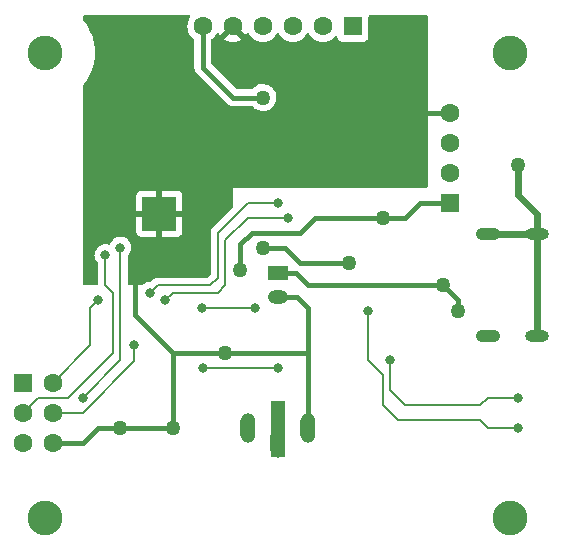
<source format=gbl>
G04 #@! TF.GenerationSoftware,KiCad,Pcbnew,6.0.7-f9a2dced07~116~ubuntu20.04.1*
G04 #@! TF.CreationDate,2022-08-17T23:21:15-04:00*
G04 #@! TF.ProjectId,mmwave,6d6d7761-7665-42e6-9b69-6361645f7063,B*
G04 #@! TF.SameCoordinates,Original*
G04 #@! TF.FileFunction,Copper,L2,Bot*
G04 #@! TF.FilePolarity,Positive*
%FSLAX46Y46*%
G04 Gerber Fmt 4.6, Leading zero omitted, Abs format (unit mm)*
G04 Created by KiCad (PCBNEW 6.0.7-f9a2dced07~116~ubuntu20.04.1) date 2022-08-17 23:21:15*
%MOMM*%
%LPD*%
G01*
G04 APERTURE LIST*
G04 #@! TA.AperFunction,ComponentPad*
%ADD10R,1.600000X1.600000*%
G04 #@! TD*
G04 #@! TA.AperFunction,ComponentPad*
%ADD11C,1.600000*%
G04 #@! TD*
G04 #@! TA.AperFunction,ComponentPad*
%ADD12O,2.000000X1.000000*%
G04 #@! TD*
G04 #@! TA.AperFunction,ComponentPad*
%ADD13O,2.100000X1.050000*%
G04 #@! TD*
G04 #@! TA.AperFunction,ComponentPad*
%ADD14C,2.946400*%
G04 #@! TD*
G04 #@! TA.AperFunction,SMDPad,CuDef*
%ADD15R,1.270000X4.826000*%
G04 #@! TD*
G04 #@! TA.AperFunction,HeatsinkPad*
%ADD16R,2.900000X2.900000*%
G04 #@! TD*
G04 #@! TA.AperFunction,ComponentPad*
%ADD17O,1.270000X2.540000*%
G04 #@! TD*
G04 #@! TA.AperFunction,ComponentPad*
%ADD18R,1.700000X1.200000*%
G04 #@! TD*
G04 #@! TA.AperFunction,ComponentPad*
%ADD19O,1.700000X1.200000*%
G04 #@! TD*
G04 #@! TA.AperFunction,ViaPad*
%ADD20C,1.270000*%
G04 #@! TD*
G04 #@! TA.AperFunction,ViaPad*
%ADD21C,0.812800*%
G04 #@! TD*
G04 #@! TA.AperFunction,Conductor*
%ADD22C,0.609600*%
G04 #@! TD*
G04 #@! TA.AperFunction,Conductor*
%ADD23C,0.406400*%
G04 #@! TD*
G04 #@! TA.AperFunction,Conductor*
%ADD24C,0.203200*%
G04 #@! TD*
G04 APERTURE END LIST*
D10*
X113030000Y-81915000D03*
D11*
X115570000Y-81915000D03*
X113030000Y-84455000D03*
X115570000Y-84455000D03*
X113030000Y-86995000D03*
X115570000Y-86995000D03*
D12*
X156579997Y-69340000D03*
X156579997Y-77980000D03*
D13*
X152399997Y-69340000D03*
X152399997Y-77980000D03*
D14*
X154305000Y-93345000D03*
X114935000Y-53975000D03*
X114935000Y-93345000D03*
D15*
X134620000Y-85852000D03*
D16*
X124585000Y-67620000D03*
D14*
X154305000Y-53975000D03*
D10*
X149225000Y-66675000D03*
D11*
X149225000Y-64135000D03*
X149225000Y-61595000D03*
X149225000Y-59055000D03*
D17*
X132080000Y-85725000D03*
X134620000Y-86995000D03*
X137160000Y-85725000D03*
D10*
X140970000Y-51752500D03*
D11*
X138430000Y-51752500D03*
X135890000Y-51752500D03*
X133350000Y-51752500D03*
X130810000Y-51752500D03*
X128270000Y-51752500D03*
D18*
X134620000Y-72660000D03*
D19*
X134620000Y-74660000D03*
D20*
X146050000Y-64135000D03*
X146050000Y-60325000D03*
X130175000Y-79375000D03*
X121285000Y-85725000D03*
X127000000Y-57785000D03*
X137160000Y-60325000D03*
X137160000Y-64135000D03*
X125730000Y-85725000D03*
X154940000Y-63500000D03*
D21*
X122479300Y-78740000D03*
D20*
X143510000Y-67945000D03*
X131445000Y-72390000D03*
D21*
X120015000Y-71120000D03*
X121285000Y-70485000D03*
X118110000Y-83185000D03*
X119380000Y-74930000D03*
X128270000Y-80645000D03*
X134620000Y-80645000D03*
X132715000Y-75565000D03*
X128174300Y-75565000D03*
X134620000Y-66675000D03*
X142240000Y-75819000D03*
X154940000Y-85725000D03*
X123825000Y-74295000D03*
X135509000Y-67945000D03*
X144145000Y-80010000D03*
X125095000Y-74930000D03*
X154940000Y-83185000D03*
D20*
X140650000Y-71755000D03*
X133350000Y-70485000D03*
X133350000Y-57785000D03*
X149860000Y-75900100D03*
X148590000Y-73660000D03*
D22*
X156579997Y-67679997D02*
X154940000Y-66040000D01*
D23*
X121285000Y-85725000D02*
X125730000Y-85725000D01*
D22*
X154940000Y-66040000D02*
X154940000Y-63500000D01*
D23*
X125730000Y-79375000D02*
X125730000Y-85725000D01*
D22*
X152399997Y-69340000D02*
X156579997Y-69340000D01*
X156579997Y-69340000D02*
X156579997Y-67679997D01*
D23*
X130175000Y-79375000D02*
X125730000Y-79375000D01*
X146050000Y-59055000D02*
X146050000Y-60325000D01*
X118110000Y-86995000D02*
X115570000Y-86995000D01*
X122555000Y-76200000D02*
X122555000Y-73025000D01*
X122555000Y-73025000D02*
X124585000Y-70995000D01*
X137160000Y-85090000D02*
X137160000Y-79375000D01*
X137160000Y-79375000D02*
X130175000Y-79375000D01*
X124585000Y-70995000D02*
X124585000Y-67620000D01*
X121285000Y-85725000D02*
X119380000Y-85725000D01*
D22*
X156579997Y-77980000D02*
X156579997Y-69340000D01*
D23*
X136255000Y-74660000D02*
X137160000Y-75565000D01*
X137160000Y-75565000D02*
X137160000Y-79375000D01*
X119380000Y-85725000D02*
X118110000Y-86995000D01*
X149225000Y-59055000D02*
X146050000Y-59055000D01*
X134620000Y-74660000D02*
X136255000Y-74660000D01*
X125730000Y-79375000D02*
X122555000Y-76200000D01*
D24*
X118110000Y-84455000D02*
X122479300Y-80085700D01*
X115570000Y-84455000D02*
X118110000Y-84455000D01*
X122479300Y-80085700D02*
X122479300Y-78740000D01*
D23*
X132440395Y-69215000D02*
X136525000Y-69215000D01*
X131445000Y-72390000D02*
X131445000Y-70210395D01*
X137795000Y-67945000D02*
X143510000Y-67945000D01*
X149225000Y-66675000D02*
X146685000Y-66675000D01*
X131445000Y-70210395D02*
X132440395Y-69215000D01*
X136525000Y-69215000D02*
X137795000Y-67945000D01*
X146685000Y-66675000D02*
X145415000Y-67945000D01*
X145415000Y-67945000D02*
X143510000Y-67945000D01*
D24*
X120650000Y-74295000D02*
X120650000Y-79375000D01*
X116840000Y-83185000D02*
X120650000Y-79375000D01*
X120015000Y-71120000D02*
X120015000Y-73660000D01*
X114300000Y-83185000D02*
X116840000Y-83185000D01*
X113030000Y-84455000D02*
X114300000Y-83185000D01*
X120015000Y-73660000D02*
X120650000Y-74295000D01*
X118110000Y-83185000D02*
X121285000Y-80010000D01*
X121285000Y-80010000D02*
X121285000Y-70485000D01*
X119380000Y-74930000D02*
X118745000Y-75565000D01*
X118745000Y-75565000D02*
X118745000Y-78740000D01*
X118745000Y-78740000D02*
X115570000Y-81915000D01*
X128270000Y-80645000D02*
X134620000Y-80645000D01*
X132715000Y-75565000D02*
X128174300Y-75565000D01*
X129540000Y-69215000D02*
X129540000Y-73025000D01*
X142240000Y-80010000D02*
X143510000Y-81280000D01*
X134620000Y-66675000D02*
X132080000Y-66675000D01*
X142240000Y-75819000D02*
X142240000Y-80010000D01*
X143510000Y-83820000D02*
X144780000Y-85090000D01*
X143510000Y-81280000D02*
X143510000Y-83820000D01*
X128905000Y-73660000D02*
X124460000Y-73660000D01*
X129540000Y-73025000D02*
X128905000Y-73660000D01*
X144780000Y-85090000D02*
X151765000Y-85090000D01*
X124460000Y-73660000D02*
X123825000Y-74295000D01*
X132080000Y-66675000D02*
X129540000Y-69215000D01*
X151765000Y-85090000D02*
X152400000Y-85725000D01*
X152400000Y-85725000D02*
X154940000Y-85725000D01*
X125730000Y-74295000D02*
X125095000Y-74930000D01*
X144145000Y-80010000D02*
X144145000Y-82550000D01*
X129540000Y-74295000D02*
X125730000Y-74295000D01*
X130175000Y-69850000D02*
X130175000Y-73660000D01*
X151765000Y-83820000D02*
X152400000Y-83185000D01*
X152400000Y-83185000D02*
X154940000Y-83185000D01*
X145415000Y-83820000D02*
X151765000Y-83820000D01*
X135509000Y-67945000D02*
X132080000Y-67945000D01*
X144145000Y-82550000D02*
X145415000Y-83820000D01*
X132080000Y-67945000D02*
X130175000Y-69850000D01*
X130175000Y-73660000D02*
X129540000Y-74295000D01*
D23*
X140650000Y-71755000D02*
X136525000Y-71755000D01*
X136525000Y-71755000D02*
X135255000Y-70485000D01*
X128270000Y-55245000D02*
X128270000Y-51752500D01*
X135255000Y-70485000D02*
X133350000Y-70485000D01*
X130810000Y-57785000D02*
X128270000Y-55245000D01*
X133350000Y-57785000D02*
X130810000Y-57785000D01*
X149860000Y-74930000D02*
X149860000Y-75900100D01*
X148590000Y-73660000D02*
X149860000Y-74930000D01*
X134620000Y-72660000D02*
X136160000Y-72660000D01*
X137160000Y-73660000D02*
X148590000Y-73660000D01*
X136160000Y-72660000D02*
X137160000Y-73660000D01*
G04 #@! TA.AperFunction,Conductor*
G36*
X127165641Y-50820002D02*
G01*
X127212134Y-50873658D01*
X127222238Y-50943932D01*
X127200733Y-50998270D01*
X127135637Y-51091237D01*
X127135633Y-51091243D01*
X127132477Y-51095751D01*
X127130154Y-51100733D01*
X127130151Y-51100738D01*
X127089852Y-51187161D01*
X127035716Y-51303257D01*
X127034294Y-51308565D01*
X127034293Y-51308567D01*
X126987718Y-51482385D01*
X126976457Y-51524413D01*
X126956502Y-51752500D01*
X126976457Y-51980587D01*
X126977881Y-51985900D01*
X126977881Y-51985902D01*
X127015025Y-52124522D01*
X127035716Y-52201743D01*
X127038039Y-52206724D01*
X127038039Y-52206725D01*
X127130151Y-52404262D01*
X127130154Y-52404267D01*
X127132477Y-52409249D01*
X127263802Y-52596800D01*
X127425700Y-52758698D01*
X127504572Y-52813925D01*
X127548899Y-52869381D01*
X127558300Y-52917137D01*
X127558300Y-55215970D01*
X127558008Y-55224540D01*
X127554055Y-55282521D01*
X127555360Y-55289997D01*
X127555360Y-55290000D01*
X127565096Y-55345783D01*
X127566059Y-55352308D01*
X127573768Y-55416011D01*
X127576454Y-55423119D01*
X127577019Y-55425419D01*
X127581686Y-55442480D01*
X127582366Y-55444734D01*
X127583672Y-55452215D01*
X127586724Y-55459167D01*
X127609475Y-55510995D01*
X127611967Y-55517102D01*
X127626121Y-55554558D01*
X127634657Y-55577149D01*
X127638956Y-55583404D01*
X127640049Y-55585495D01*
X127648655Y-55600957D01*
X127649858Y-55602991D01*
X127652911Y-55609946D01*
X127657534Y-55615971D01*
X127657537Y-55615976D01*
X127691988Y-55660874D01*
X127695864Y-55666209D01*
X127727918Y-55712847D01*
X127727923Y-55712853D01*
X127732225Y-55719112D01*
X127737899Y-55724167D01*
X127778973Y-55760763D01*
X127784249Y-55765744D01*
X130286220Y-58267716D01*
X130292073Y-58273981D01*
X130330282Y-58317781D01*
X130336500Y-58322151D01*
X130382793Y-58354686D01*
X130388089Y-58358619D01*
X130432631Y-58393544D01*
X130432635Y-58393546D01*
X130438612Y-58398233D01*
X130445534Y-58401358D01*
X130447563Y-58402587D01*
X130462910Y-58411340D01*
X130464998Y-58412459D01*
X130471216Y-58416830D01*
X130478295Y-58419590D01*
X130478297Y-58419591D01*
X130506055Y-58430413D01*
X130531019Y-58440146D01*
X130537095Y-58442700D01*
X130588681Y-58465992D01*
X130595609Y-58469120D01*
X130603079Y-58470504D01*
X130605334Y-58471211D01*
X130622318Y-58476049D01*
X130624627Y-58476642D01*
X130631708Y-58479403D01*
X130639237Y-58480394D01*
X130639240Y-58480395D01*
X130695356Y-58487783D01*
X130701870Y-58488815D01*
X130757515Y-58499128D01*
X130757516Y-58499128D01*
X130764983Y-58500512D01*
X130772563Y-58500075D01*
X130772564Y-58500075D01*
X130827469Y-58496909D01*
X130834722Y-58496700D01*
X132390493Y-58496700D01*
X132458614Y-58516702D01*
X132478415Y-58532446D01*
X132627289Y-58677474D01*
X132632085Y-58680679D01*
X132632088Y-58680681D01*
X132702499Y-58727728D01*
X132802031Y-58794233D01*
X132807339Y-58796514D01*
X132807340Y-58796514D01*
X132989822Y-58874914D01*
X132989825Y-58874915D01*
X132995125Y-58877192D01*
X133000754Y-58878466D01*
X133000755Y-58878466D01*
X133194467Y-58922299D01*
X133194473Y-58922300D01*
X133200104Y-58923574D01*
X133205875Y-58923801D01*
X133205877Y-58923801D01*
X133269433Y-58926298D01*
X133410103Y-58931825D01*
X133618088Y-58901669D01*
X133623552Y-58899814D01*
X133623557Y-58899813D01*
X133811624Y-58835973D01*
X133811629Y-58835971D01*
X133817096Y-58834115D01*
X134000460Y-58731426D01*
X134162041Y-58597041D01*
X134296426Y-58435460D01*
X134388666Y-58270754D01*
X134396291Y-58257139D01*
X134396292Y-58257137D01*
X134399115Y-58252096D01*
X134400971Y-58246629D01*
X134400973Y-58246624D01*
X134464813Y-58058557D01*
X134464814Y-58058552D01*
X134466669Y-58053088D01*
X134496825Y-57845103D01*
X134498399Y-57785000D01*
X134479169Y-57575721D01*
X134422123Y-57373451D01*
X134329171Y-57184963D01*
X134245789Y-57073300D01*
X134206880Y-57021195D01*
X134206879Y-57021194D01*
X134203427Y-57016571D01*
X134179544Y-56994494D01*
X134053341Y-56877833D01*
X134053338Y-56877831D01*
X134049101Y-56873914D01*
X133871362Y-56761769D01*
X133676163Y-56683892D01*
X133670506Y-56682767D01*
X133670500Y-56682765D01*
X133475707Y-56644019D01*
X133475705Y-56644019D01*
X133470040Y-56642892D01*
X133464265Y-56642816D01*
X133464261Y-56642816D01*
X133359001Y-56641438D01*
X133259898Y-56640141D01*
X133254201Y-56641120D01*
X133254200Y-56641120D01*
X133058469Y-56674753D01*
X133052772Y-56675732D01*
X132855601Y-56748472D01*
X132674988Y-56855926D01*
X132516981Y-56994494D01*
X132492690Y-57025307D01*
X132434812Y-57066419D01*
X132393742Y-57073300D01*
X131156986Y-57073300D01*
X131088865Y-57053298D01*
X131067891Y-57036395D01*
X129018605Y-54987109D01*
X128984579Y-54924797D01*
X128981700Y-54898014D01*
X128981700Y-52917137D01*
X129001702Y-52849016D01*
X129011749Y-52838562D01*
X130088493Y-52838562D01*
X130097789Y-52850577D01*
X130148994Y-52886431D01*
X130158489Y-52891914D01*
X130355947Y-52983990D01*
X130366239Y-52987736D01*
X130576688Y-53044125D01*
X130587481Y-53046028D01*
X130804525Y-53065017D01*
X130815475Y-53065017D01*
X131032519Y-53046028D01*
X131043312Y-53044125D01*
X131253761Y-52987736D01*
X131264053Y-52983990D01*
X131461511Y-52891914D01*
X131471006Y-52886431D01*
X131523048Y-52849991D01*
X131531424Y-52839512D01*
X131524356Y-52826066D01*
X130822812Y-52124522D01*
X130808868Y-52116908D01*
X130807035Y-52117039D01*
X130800420Y-52121290D01*
X130094923Y-52826787D01*
X130088493Y-52838562D01*
X129011749Y-52838562D01*
X129035428Y-52813925D01*
X129114300Y-52758698D01*
X129276198Y-52596800D01*
X129407523Y-52409249D01*
X129409846Y-52404267D01*
X129409849Y-52404262D01*
X129426081Y-52369451D01*
X129472998Y-52316166D01*
X129541275Y-52296705D01*
X129609235Y-52317247D01*
X129654471Y-52369451D01*
X129670586Y-52404011D01*
X129676069Y-52413506D01*
X129712509Y-52465548D01*
X129722988Y-52473924D01*
X129736434Y-52466856D01*
X130720905Y-51482385D01*
X130783217Y-51448359D01*
X130854032Y-51453424D01*
X130899095Y-51482385D01*
X131884287Y-52467577D01*
X131896062Y-52474007D01*
X131908077Y-52464711D01*
X131943931Y-52413506D01*
X131949414Y-52404011D01*
X131965529Y-52369451D01*
X132012446Y-52316166D01*
X132080723Y-52296705D01*
X132148683Y-52317247D01*
X132193919Y-52369451D01*
X132210151Y-52404262D01*
X132210154Y-52404267D01*
X132212477Y-52409249D01*
X132343802Y-52596800D01*
X132505700Y-52758698D01*
X132510208Y-52761855D01*
X132510211Y-52761857D01*
X132546796Y-52787474D01*
X132693251Y-52890023D01*
X132698233Y-52892346D01*
X132698238Y-52892349D01*
X132894765Y-52983990D01*
X132900757Y-52986784D01*
X132906065Y-52988206D01*
X132906067Y-52988207D01*
X133116598Y-53044619D01*
X133116600Y-53044619D01*
X133121913Y-53046043D01*
X133350000Y-53065998D01*
X133578087Y-53046043D01*
X133583400Y-53044619D01*
X133583402Y-53044619D01*
X133793933Y-52988207D01*
X133793935Y-52988206D01*
X133799243Y-52986784D01*
X133805235Y-52983990D01*
X134001762Y-52892349D01*
X134001767Y-52892346D01*
X134006749Y-52890023D01*
X134153204Y-52787474D01*
X134189789Y-52761857D01*
X134189792Y-52761855D01*
X134194300Y-52758698D01*
X134356198Y-52596800D01*
X134487523Y-52409249D01*
X134489846Y-52404267D01*
X134489849Y-52404262D01*
X134505805Y-52370043D01*
X134552722Y-52316758D01*
X134620999Y-52297297D01*
X134688959Y-52317839D01*
X134734195Y-52370043D01*
X134750151Y-52404262D01*
X134750154Y-52404267D01*
X134752477Y-52409249D01*
X134883802Y-52596800D01*
X135045700Y-52758698D01*
X135050208Y-52761855D01*
X135050211Y-52761857D01*
X135086796Y-52787474D01*
X135233251Y-52890023D01*
X135238233Y-52892346D01*
X135238238Y-52892349D01*
X135434765Y-52983990D01*
X135440757Y-52986784D01*
X135446065Y-52988206D01*
X135446067Y-52988207D01*
X135656598Y-53044619D01*
X135656600Y-53044619D01*
X135661913Y-53046043D01*
X135890000Y-53065998D01*
X136118087Y-53046043D01*
X136123400Y-53044619D01*
X136123402Y-53044619D01*
X136333933Y-52988207D01*
X136333935Y-52988206D01*
X136339243Y-52986784D01*
X136345235Y-52983990D01*
X136541762Y-52892349D01*
X136541767Y-52892346D01*
X136546749Y-52890023D01*
X136693204Y-52787474D01*
X136729789Y-52761857D01*
X136729792Y-52761855D01*
X136734300Y-52758698D01*
X136896198Y-52596800D01*
X137027523Y-52409249D01*
X137029846Y-52404267D01*
X137029849Y-52404262D01*
X137045805Y-52370043D01*
X137092722Y-52316758D01*
X137160999Y-52297297D01*
X137228959Y-52317839D01*
X137274195Y-52370043D01*
X137290151Y-52404262D01*
X137290154Y-52404267D01*
X137292477Y-52409249D01*
X137423802Y-52596800D01*
X137585700Y-52758698D01*
X137590208Y-52761855D01*
X137590211Y-52761857D01*
X137626796Y-52787474D01*
X137773251Y-52890023D01*
X137778233Y-52892346D01*
X137778238Y-52892349D01*
X137974765Y-52983990D01*
X137980757Y-52986784D01*
X137986065Y-52988206D01*
X137986067Y-52988207D01*
X138196598Y-53044619D01*
X138196600Y-53044619D01*
X138201913Y-53046043D01*
X138430000Y-53065998D01*
X138658087Y-53046043D01*
X138663400Y-53044619D01*
X138663402Y-53044619D01*
X138873933Y-52988207D01*
X138873935Y-52988206D01*
X138879243Y-52986784D01*
X138885235Y-52983990D01*
X139081762Y-52892349D01*
X139081767Y-52892346D01*
X139086749Y-52890023D01*
X139233204Y-52787474D01*
X139269789Y-52761857D01*
X139269792Y-52761855D01*
X139274300Y-52758698D01*
X139436198Y-52596800D01*
X139439357Y-52592289D01*
X139442892Y-52588076D01*
X139444026Y-52589027D01*
X139494071Y-52549029D01*
X139564690Y-52541724D01*
X139628049Y-52573758D01*
X139664030Y-52634962D01*
X139667082Y-52652017D01*
X139668255Y-52662816D01*
X139719385Y-52799205D01*
X139806739Y-52915761D01*
X139923295Y-53003115D01*
X140059684Y-53054245D01*
X140121866Y-53061000D01*
X141818134Y-53061000D01*
X141880316Y-53054245D01*
X142016705Y-53003115D01*
X142133261Y-52915761D01*
X142220615Y-52799205D01*
X142271745Y-52662816D01*
X142278500Y-52600634D01*
X142278500Y-50926000D01*
X142298502Y-50857879D01*
X142352158Y-50811386D01*
X142404500Y-50800000D01*
X147194000Y-50800000D01*
X147262121Y-50820002D01*
X147308614Y-50873658D01*
X147320000Y-50926000D01*
X147320000Y-65279000D01*
X147299998Y-65347121D01*
X147246342Y-65393614D01*
X147194000Y-65405000D01*
X130810000Y-65405000D01*
X130810000Y-67029998D01*
X130789998Y-67098119D01*
X130773095Y-67119093D01*
X129162108Y-68730080D01*
X129154295Y-68737190D01*
X129148017Y-68741174D01*
X129142591Y-68746953D01*
X129142590Y-68746953D01*
X129103170Y-68788931D01*
X129100415Y-68791773D01*
X129081453Y-68810735D01*
X129079027Y-68813862D01*
X129078462Y-68814503D01*
X129071494Y-68822661D01*
X129042496Y-68853542D01*
X129033272Y-68870319D01*
X129022425Y-68886832D01*
X129015548Y-68895698D01*
X129015545Y-68895703D01*
X129010687Y-68901966D01*
X128993862Y-68940847D01*
X128988646Y-68951495D01*
X128968235Y-68988622D01*
X128963475Y-69007161D01*
X128957074Y-69025859D01*
X128949468Y-69043435D01*
X128948228Y-69051266D01*
X128942842Y-69085274D01*
X128940435Y-69096897D01*
X128929900Y-69137926D01*
X128929900Y-69157064D01*
X128928349Y-69176774D01*
X128925354Y-69195684D01*
X128926100Y-69203575D01*
X128929341Y-69237861D01*
X128929900Y-69249719D01*
X128929900Y-72720098D01*
X128909898Y-72788219D01*
X128892995Y-72809193D01*
X128689193Y-73012995D01*
X128626881Y-73047021D01*
X128600098Y-73049900D01*
X124535681Y-73049900D01*
X124525132Y-73049403D01*
X124517872Y-73047780D01*
X124509946Y-73048029D01*
X124509945Y-73048029D01*
X124452387Y-73049838D01*
X124448429Y-73049900D01*
X124421617Y-73049900D01*
X124417691Y-73050396D01*
X124416835Y-73050450D01*
X124406145Y-73051292D01*
X124383094Y-73052016D01*
X124371721Y-73052373D01*
X124371720Y-73052373D01*
X124363801Y-73052622D01*
X124356189Y-73054833D01*
X124356185Y-73054834D01*
X124345408Y-73057964D01*
X124326055Y-73061972D01*
X124307068Y-73064371D01*
X124267686Y-73079964D01*
X124256475Y-73083803D01*
X124215775Y-73095627D01*
X124208955Y-73099660D01*
X124208949Y-73099663D01*
X124199297Y-73105372D01*
X124181550Y-73114067D01*
X124163746Y-73121116D01*
X124157326Y-73125780D01*
X124157323Y-73125782D01*
X124129471Y-73146017D01*
X124119566Y-73152525D01*
X124083094Y-73174094D01*
X124069562Y-73187626D01*
X124054530Y-73200465D01*
X124039038Y-73211721D01*
X124033985Y-73217829D01*
X124012031Y-73244367D01*
X124004041Y-73253147D01*
X123913993Y-73343195D01*
X123851681Y-73377221D01*
X123824898Y-73380100D01*
X123728840Y-73380100D01*
X123722387Y-73381472D01*
X123722383Y-73381472D01*
X123638825Y-73399233D01*
X123540723Y-73420085D01*
X123534694Y-73422769D01*
X123534692Y-73422770D01*
X123371060Y-73495624D01*
X123371058Y-73495625D01*
X123365030Y-73498309D01*
X123359689Y-73502189D01*
X123359688Y-73502190D01*
X123315905Y-73534000D01*
X123209440Y-73611351D01*
X123205026Y-73616253D01*
X123205024Y-73616255D01*
X123203172Y-73618312D01*
X123201803Y-73619155D01*
X123200113Y-73620677D01*
X123199835Y-73620368D01*
X123142725Y-73655551D01*
X123109537Y-73660000D01*
X122021100Y-73660000D01*
X121952979Y-73639998D01*
X121906486Y-73586342D01*
X121895100Y-73534000D01*
X121895100Y-71223079D01*
X121915102Y-71154958D01*
X121927464Y-71138769D01*
X122024828Y-71030635D01*
X122024829Y-71030634D01*
X122029247Y-71025727D01*
X122125407Y-70859173D01*
X122166803Y-70731769D01*
X122182797Y-70682545D01*
X122182797Y-70682544D01*
X122184837Y-70676266D01*
X122194431Y-70584991D01*
X122204250Y-70491565D01*
X122204940Y-70485000D01*
X122188353Y-70327190D01*
X122185527Y-70300298D01*
X122185527Y-70300297D01*
X122184837Y-70293734D01*
X122169903Y-70247770D01*
X122127449Y-70117112D01*
X122125407Y-70110827D01*
X122029247Y-69944273D01*
X122017247Y-69930945D01*
X121904982Y-69806262D01*
X121904981Y-69806261D01*
X121900560Y-69801351D01*
X121895218Y-69797470D01*
X121895216Y-69797468D01*
X121750312Y-69692190D01*
X121750311Y-69692189D01*
X121744970Y-69688309D01*
X121738942Y-69685625D01*
X121738940Y-69685624D01*
X121575308Y-69612770D01*
X121575306Y-69612769D01*
X121569277Y-69610085D01*
X121475219Y-69590093D01*
X121387617Y-69571472D01*
X121387613Y-69571472D01*
X121381160Y-69570100D01*
X121188840Y-69570100D01*
X121182387Y-69571472D01*
X121182383Y-69571472D01*
X121094781Y-69590093D01*
X121000723Y-69610085D01*
X120994694Y-69612769D01*
X120994692Y-69612770D01*
X120831060Y-69685624D01*
X120831058Y-69685625D01*
X120825030Y-69688309D01*
X120819689Y-69692189D01*
X120819688Y-69692190D01*
X120674784Y-69797468D01*
X120674782Y-69797470D01*
X120669440Y-69801351D01*
X120665019Y-69806261D01*
X120665018Y-69806262D01*
X120552754Y-69930945D01*
X120540753Y-69944273D01*
X120444593Y-70110827D01*
X120442551Y-70117112D01*
X120429459Y-70157405D01*
X120389386Y-70216011D01*
X120323989Y-70243648D01*
X120283430Y-70241716D01*
X120142166Y-70211690D01*
X120111160Y-70205100D01*
X119918840Y-70205100D01*
X119912387Y-70206472D01*
X119912383Y-70206472D01*
X119824781Y-70225093D01*
X119730723Y-70245085D01*
X119724694Y-70247769D01*
X119724692Y-70247770D01*
X119561060Y-70320624D01*
X119561058Y-70320625D01*
X119555030Y-70323309D01*
X119549689Y-70327189D01*
X119549688Y-70327190D01*
X119404784Y-70432468D01*
X119404782Y-70432470D01*
X119399440Y-70436351D01*
X119395019Y-70441261D01*
X119395018Y-70441262D01*
X119361548Y-70478435D01*
X119270753Y-70579273D01*
X119174593Y-70745827D01*
X119115163Y-70928734D01*
X119114473Y-70935297D01*
X119114473Y-70935298D01*
X119104969Y-71025727D01*
X119095060Y-71120000D01*
X119115163Y-71311266D01*
X119117203Y-71317544D01*
X119117203Y-71317545D01*
X119136675Y-71377474D01*
X119174593Y-71494173D01*
X119177896Y-71499895D01*
X119177897Y-71499896D01*
X119204354Y-71545721D01*
X119270753Y-71660727D01*
X119275171Y-71665634D01*
X119275172Y-71665635D01*
X119372536Y-71773769D01*
X119403254Y-71837776D01*
X119404900Y-71858079D01*
X119404900Y-73534000D01*
X119384898Y-73602121D01*
X119331242Y-73648614D01*
X119278900Y-73660000D01*
X118236000Y-73660000D01*
X118167879Y-73639998D01*
X118121386Y-73586342D01*
X118110000Y-73534000D01*
X118110000Y-69114669D01*
X122627001Y-69114669D01*
X122627371Y-69121490D01*
X122632895Y-69172352D01*
X122636521Y-69187604D01*
X122681676Y-69308054D01*
X122690214Y-69323649D01*
X122766715Y-69425724D01*
X122779276Y-69438285D01*
X122881351Y-69514786D01*
X122896946Y-69523324D01*
X123017394Y-69568478D01*
X123032649Y-69572105D01*
X123083514Y-69577631D01*
X123090328Y-69578000D01*
X124312885Y-69578000D01*
X124328124Y-69573525D01*
X124329329Y-69572135D01*
X124331000Y-69564452D01*
X124331000Y-69559884D01*
X124839000Y-69559884D01*
X124843475Y-69575123D01*
X124844865Y-69576328D01*
X124852548Y-69577999D01*
X126079669Y-69577999D01*
X126086490Y-69577629D01*
X126137352Y-69572105D01*
X126152604Y-69568479D01*
X126273054Y-69523324D01*
X126288649Y-69514786D01*
X126390724Y-69438285D01*
X126403285Y-69425724D01*
X126479786Y-69323649D01*
X126488324Y-69308054D01*
X126533478Y-69187606D01*
X126537105Y-69172351D01*
X126542631Y-69121486D01*
X126543000Y-69114672D01*
X126543000Y-67892115D01*
X126538525Y-67876876D01*
X126537135Y-67875671D01*
X126529452Y-67874000D01*
X124857115Y-67874000D01*
X124841876Y-67878475D01*
X124840671Y-67879865D01*
X124839000Y-67887548D01*
X124839000Y-69559884D01*
X124331000Y-69559884D01*
X124331000Y-67892115D01*
X124326525Y-67876876D01*
X124325135Y-67875671D01*
X124317452Y-67874000D01*
X122645116Y-67874000D01*
X122629877Y-67878475D01*
X122628672Y-67879865D01*
X122627001Y-67887548D01*
X122627001Y-69114669D01*
X118110000Y-69114669D01*
X118110000Y-67347885D01*
X122627000Y-67347885D01*
X122631475Y-67363124D01*
X122632865Y-67364329D01*
X122640548Y-67366000D01*
X124312885Y-67366000D01*
X124328124Y-67361525D01*
X124329329Y-67360135D01*
X124331000Y-67352452D01*
X124331000Y-67347885D01*
X124839000Y-67347885D01*
X124843475Y-67363124D01*
X124844865Y-67364329D01*
X124852548Y-67366000D01*
X126524884Y-67366000D01*
X126540123Y-67361525D01*
X126541328Y-67360135D01*
X126542999Y-67352452D01*
X126542999Y-66125331D01*
X126542629Y-66118510D01*
X126537105Y-66067648D01*
X126533479Y-66052396D01*
X126488324Y-65931946D01*
X126479786Y-65916351D01*
X126403285Y-65814276D01*
X126390724Y-65801715D01*
X126288649Y-65725214D01*
X126273054Y-65716676D01*
X126152606Y-65671522D01*
X126137351Y-65667895D01*
X126086486Y-65662369D01*
X126079672Y-65662000D01*
X124857115Y-65662000D01*
X124841876Y-65666475D01*
X124840671Y-65667865D01*
X124839000Y-65675548D01*
X124839000Y-67347885D01*
X124331000Y-67347885D01*
X124331000Y-65680116D01*
X124326525Y-65664877D01*
X124325135Y-65663672D01*
X124317452Y-65662001D01*
X123090331Y-65662001D01*
X123083510Y-65662371D01*
X123032648Y-65667895D01*
X123017396Y-65671521D01*
X122896946Y-65716676D01*
X122881351Y-65725214D01*
X122779276Y-65801715D01*
X122766715Y-65814276D01*
X122690214Y-65916351D01*
X122681676Y-65931946D01*
X122636522Y-66052394D01*
X122632895Y-66067649D01*
X122627369Y-66118514D01*
X122627000Y-66125328D01*
X122627000Y-67347885D01*
X118110000Y-67347885D01*
X118110000Y-56792586D01*
X118130002Y-56724465D01*
X118142954Y-56707624D01*
X118181861Y-56665015D01*
X118181862Y-56665013D01*
X118183930Y-56662749D01*
X118430702Y-56332881D01*
X118644108Y-55980507D01*
X118645435Y-55977737D01*
X118645440Y-55977728D01*
X118820776Y-55611772D01*
X118822109Y-55608990D01*
X118828044Y-55592683D01*
X118961956Y-55224764D01*
X118961957Y-55224761D01*
X118963007Y-55221876D01*
X118964524Y-55215970D01*
X119064694Y-54825830D01*
X119064695Y-54825824D01*
X119065456Y-54822861D01*
X119128480Y-54415753D01*
X119151476Y-54004437D01*
X119149009Y-53945563D01*
X119134354Y-53595921D01*
X119134225Y-53592841D01*
X119076892Y-53184892D01*
X118980023Y-52784485D01*
X118844544Y-52395442D01*
X118757801Y-52207713D01*
X118673040Y-52024273D01*
X118673035Y-52024263D01*
X118671747Y-52021476D01*
X118517153Y-51757975D01*
X118464841Y-51668811D01*
X118464838Y-51668806D01*
X118463283Y-51666156D01*
X118221140Y-51332876D01*
X118199558Y-51308567D01*
X118141777Y-51243487D01*
X118111508Y-51179266D01*
X118110000Y-51159832D01*
X118110000Y-50926000D01*
X118130002Y-50857879D01*
X118183658Y-50811386D01*
X118236000Y-50800000D01*
X127097520Y-50800000D01*
X127165641Y-50820002D01*
G37*
G04 #@! TD.AperFunction*
M02*

</source>
